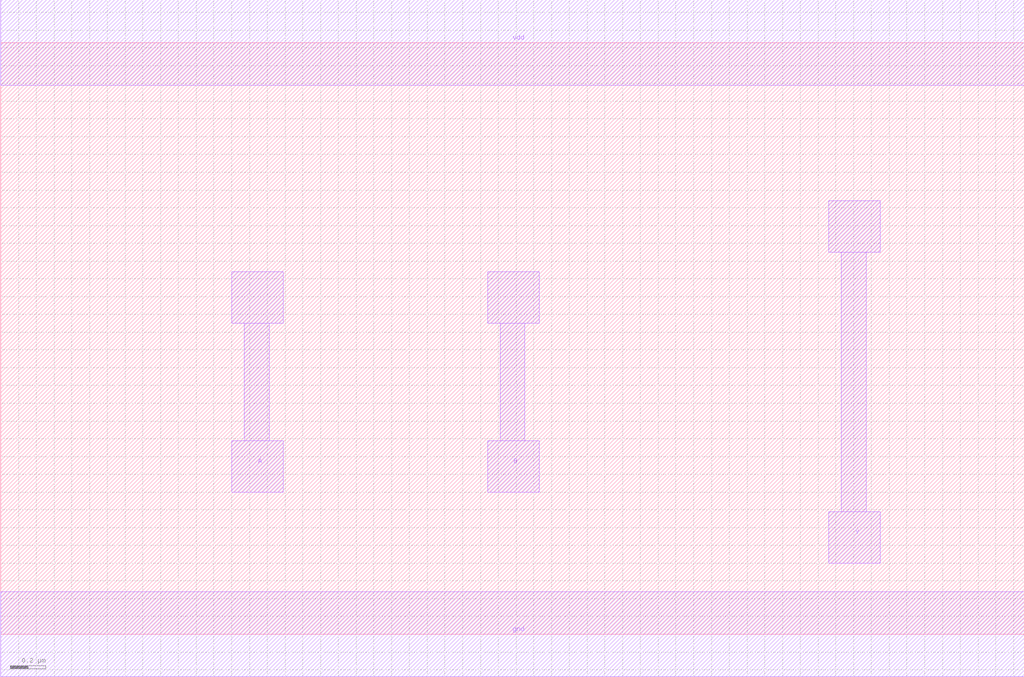
<source format=lef>
VERSION 5.7 ;
  NOWIREEXTENSIONATPIN ON ;
  DIVIDERCHAR "/" ;
  BUSBITCHARS "[]" ;
MACRO AND2X1
  CLASS CORE ;
  FOREIGN AND2X1 ;
  ORIGIN 0.000 0.000 ;
  SIZE 5.760 BY 3.330 ;
  SYMMETRY X Y R90 ;
  SITE unithd ;
  PIN vdd
    DIRECTION INOUT ;
    USE POWER ;
    SHAPE ABUTMENT ;
    PORT
      LAYER met1 ;
        RECT 0.000 3.090 5.760 3.570 ;
    END
  END vdd
  PIN gnd
    DIRECTION INOUT ;
    USE GROUND ;
    SHAPE ABUTMENT ;
    PORT
      LAYER met1 ;
        RECT 0.000 -0.240 5.760 0.240 ;
    END
  END gnd
  PIN Y
    DIRECTION INOUT ;
    USE SIGNAL ;
    SHAPE ABUTMENT ;
    PORT
      LAYER met1 ;
        RECT 4.660 2.150 4.950 2.440 ;
        RECT 4.730 0.690 4.870 2.150 ;
        RECT 4.660 0.400 4.950 0.690 ;
    END
  END Y
  PIN A
    DIRECTION INOUT ;
    USE SIGNAL ;
    SHAPE ABUTMENT ;
    PORT
      LAYER met1 ;
        RECT 1.300 1.750 1.590 2.040 ;
        RECT 1.370 1.090 1.510 1.750 ;
        RECT 1.300 0.800 1.590 1.090 ;
    END
  END A
  PIN B
    DIRECTION INOUT ;
    USE SIGNAL ;
    SHAPE ABUTMENT ;
    PORT
      LAYER met1 ;
        RECT 2.740 1.750 3.030 2.040 ;
        RECT 2.810 1.090 2.950 1.750 ;
        RECT 2.740 0.800 3.030 1.090 ;
    END
  END B
END AND2X1
END LIBRARY


</source>
